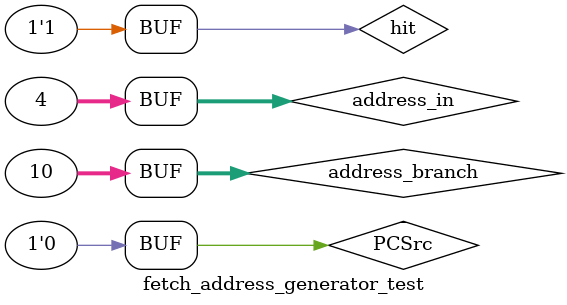
<source format=v>
`timescale 1ns / 1ps


module fetch_address_generator_test;

	// Inputs
	reg hit;
	reg PCSrc;
	reg [31:0] address_branch;
	reg [31:0] address_in;

	// Outputs
	wire [31:0] instruction_address;
	wire [31:0] address_out;

	// Instantiate the Unit Under Test (UUT)
	fetch_address_generator uut (
		.hit(hit), 
		.PCSrc(PCSrc), 
		.address_branch(address_branch), 
		.address_in(address_in), 
		.instruction_address(instruction_address), 
		.address_out(address_out)
	);

	initial begin
		// Initialize Inputs
		hit = 0;
		PCSrc = 0;
		address_branch = 10;
		address_in = 0;

		// Wait 100 ns for global reset to finish
		#100;
		hit = 1;
		
		#100;
		PCSrc = 1;
		address_in = 4;
		
		#100;
		PCSrc = 0;
        
		// Add stimulus here

	end
      
endmodule


</source>
